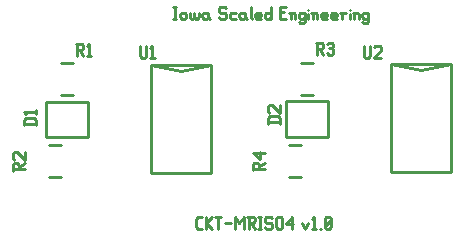
<source format=gbr>
G04 start of page 7 for group -4079 idx -4079 *
G04 Title: (unknown), topsilk *
G04 Creator: pcb 20110918 *
G04 CreationDate: Mon 25 Mar 2013 04:24:27 AM GMT UTC *
G04 For: ndholmes *
G04 Format: Gerber/RS-274X *
G04 PCB-Dimensions: 240000 80000 *
G04 PCB-Coordinate-Origin: lower left *
%MOIN*%
%FSLAX25Y25*%
%LNTOPSILK*%
%ADD51C,0.0100*%
G54D51*X136313Y2991D02*X137613D01*
X135613Y3691D02*X136313Y2991D01*
X135613Y6291D02*Y3691D01*
Y6291D02*X136313Y6991D01*
X137613D01*
X138813D02*Y2991D01*
Y4991D02*X140813Y6991D01*
X138813Y4991D02*X140813Y2991D01*
X142013Y6991D02*X144013D01*
X143013D02*Y2991D01*
X145213Y4991D02*X147213D01*
X148413Y6991D02*Y2991D01*
Y6991D02*X149913Y4991D01*
X151413Y6991D01*
Y2991D01*
X152613Y6991D02*X154613D01*
X155113Y6491D01*
Y5491D01*
X154613Y4991D02*X155113Y5491D01*
X153113Y4991D02*X154613D01*
X153113Y6991D02*Y2991D01*
X153913Y4991D02*X155113Y2991D01*
X156313Y6991D02*X157313D01*
X156813D02*Y2991D01*
X156313D02*X157313D01*
X160513Y6991D02*X161013Y6491D01*
X159013Y6991D02*X160513D01*
X158513Y6491D02*X159013Y6991D01*
X158513Y6491D02*Y5491D01*
X159013Y4991D01*
X160513D01*
X161013Y4491D01*
Y3491D01*
X160513Y2991D02*X161013Y3491D01*
X159013Y2991D02*X160513D01*
X158513Y3491D02*X159013Y2991D01*
X162213Y6491D02*Y3491D01*
Y6491D02*X162713Y6991D01*
X163713D01*
X164213Y6491D01*
Y3491D01*
X163713Y2991D02*X164213Y3491D01*
X162713Y2991D02*X163713D01*
X162213Y3491D02*X162713Y2991D01*
X165413Y4491D02*X167413Y6991D01*
X165413Y4491D02*X167913D01*
X167413Y6991D02*Y2991D01*
X170913Y4991D02*X171913Y2991D01*
X172913Y4991D02*X171913Y2991D01*
X174113Y6191D02*X174913Y6991D01*
Y2991D01*
X174113D02*X175613D01*
X176813D02*X177313D01*
X178513Y3491D02*X179013Y2991D01*
X178513Y6491D02*Y3491D01*
Y6491D02*X179013Y6991D01*
X180013D01*
X180513Y6491D01*
Y3491D01*
X180013Y2991D02*X180513Y3491D01*
X179013Y2991D02*X180013D01*
X178513Y3991D02*X180513Y5991D01*
X128013Y76991D02*X129013D01*
X128513D02*Y72991D01*
X128013D02*X129013D01*
X130213Y74491D02*Y73491D01*
Y74491D02*X130713Y74991D01*
X131713D01*
X132213Y74491D01*
Y73491D01*
X131713Y72991D02*X132213Y73491D01*
X130713Y72991D02*X131713D01*
X130213Y73491D02*X130713Y72991D01*
X133413Y74991D02*Y73491D01*
X133913Y72991D01*
X134413D01*
X134913Y73491D01*
Y74991D02*Y73491D01*
X135413Y72991D01*
X135913D01*
X136413Y73491D01*
Y74991D02*Y73491D01*
X139113Y74991D02*X139613Y74491D01*
X138113Y74991D02*X139113D01*
X137613Y74491D02*X138113Y74991D01*
X137613Y74491D02*Y73491D01*
X138113Y72991D01*
X139613Y74991D02*Y73491D01*
X140113Y72991D01*
X138113D02*X139113D01*
X139613Y73491D01*
X145113Y76991D02*X145613Y76491D01*
X143613Y76991D02*X145113D01*
X143113Y76491D02*X143613Y76991D01*
X143113Y76491D02*Y75491D01*
X143613Y74991D01*
X145113D01*
X145613Y74491D01*
Y73491D01*
X145113Y72991D02*X145613Y73491D01*
X143613Y72991D02*X145113D01*
X143113Y73491D02*X143613Y72991D01*
X147313Y74991D02*X148813D01*
X146813Y74491D02*X147313Y74991D01*
X146813Y74491D02*Y73491D01*
X147313Y72991D01*
X148813D01*
X151513Y74991D02*X152013Y74491D01*
X150513Y74991D02*X151513D01*
X150013Y74491D02*X150513Y74991D01*
X150013Y74491D02*Y73491D01*
X150513Y72991D01*
X152013Y74991D02*Y73491D01*
X152513Y72991D01*
X150513D02*X151513D01*
X152013Y73491D01*
X153713Y76991D02*Y73491D01*
X154213Y72991D01*
X155713D02*X157213D01*
X155213Y73491D02*X155713Y72991D01*
X155213Y74491D02*Y73491D01*
Y74491D02*X155713Y74991D01*
X156713D01*
X157213Y74491D01*
X155213Y73991D02*X157213D01*
Y74491D02*Y73991D01*
X160413Y76991D02*Y72991D01*
X159913D02*X160413Y73491D01*
X158913Y72991D02*X159913D01*
X158413Y73491D02*X158913Y72991D01*
X158413Y74491D02*Y73491D01*
Y74491D02*X158913Y74991D01*
X159913D01*
X160413Y74491D01*
X163413Y75191D02*X164913D01*
X163413Y72991D02*X165413D01*
X163413Y76991D02*Y72991D01*
Y76991D02*X165413D01*
X167113Y74491D02*Y72991D01*
Y74491D02*X167613Y74991D01*
X168113D01*
X168613Y74491D01*
Y72991D01*
X166613Y74991D02*X167113Y74491D01*
X171313Y74991D02*X171813Y74491D01*
X170313Y74991D02*X171313D01*
X169813Y74491D02*X170313Y74991D01*
X169813Y74491D02*Y73491D01*
X170313Y72991D01*
X171313D01*
X171813Y73491D01*
X169813Y71991D02*X170313Y71491D01*
X171313D01*
X171813Y71991D01*
Y74991D02*Y71991D01*
X173013Y75991D02*Y75891D01*
Y74491D02*Y72991D01*
X174513Y74491D02*Y72991D01*
Y74491D02*X175013Y74991D01*
X175513D01*
X176013Y74491D01*
Y72991D01*
X174013Y74991D02*X174513Y74491D01*
X177713Y72991D02*X179213D01*
X177213Y73491D02*X177713Y72991D01*
X177213Y74491D02*Y73491D01*
Y74491D02*X177713Y74991D01*
X178713D01*
X179213Y74491D01*
X177213Y73991D02*X179213D01*
Y74491D02*Y73991D01*
X180913Y72991D02*X182413D01*
X180413Y73491D02*X180913Y72991D01*
X180413Y74491D02*Y73491D01*
Y74491D02*X180913Y74991D01*
X181913D01*
X182413Y74491D01*
X180413Y73991D02*X182413D01*
Y74491D02*Y73991D01*
X184113Y74491D02*Y72991D01*
Y74491D02*X184613Y74991D01*
X185613D01*
X183613D02*X184113Y74491D01*
X186813Y75991D02*Y75891D01*
Y74491D02*Y72991D01*
X188313Y74491D02*Y72991D01*
Y74491D02*X188813Y74991D01*
X189313D01*
X189813Y74491D01*
Y72991D01*
X187813Y74991D02*X188313Y74491D01*
X192513Y74991D02*X193013Y74491D01*
X191513Y74991D02*X192513D01*
X191013Y74491D02*X191513Y74991D01*
X191013Y74491D02*Y73491D01*
X191513Y72991D01*
X192513D01*
X193013Y73491D01*
X191013Y71991D02*X191513Y71491D01*
X192513D01*
X193013Y71991D01*
Y74991D02*Y71991D01*
X165600Y45500D02*X179500D01*
X165600D02*Y33700D01*
X179500D01*
Y45500D02*Y33700D01*
X220500Y22000D02*X200500D01*
X220500D02*Y58000D01*
X200500D02*Y22000D01*
Y58000D02*X220500D01*
X210500Y56000D01*
X200500Y58000D02*X210500Y56000D01*
X166532Y30814D02*X170468D01*
X166532Y20186D02*X170468D01*
X170532Y58314D02*X174468D01*
X170532Y47686D02*X174468D01*
X120513Y21491D02*X140513D01*
Y57491D02*Y21491D01*
X120513Y57491D02*Y21491D01*
Y57491D02*X140513D01*
X130513Y55491D01*
X120513Y57491D02*X130513Y55491D01*
X86545Y30805D02*X90481D01*
X86545Y20177D02*X90481D01*
X90640Y58305D02*X94576D01*
X90640Y47677D02*X94576D01*
X85613Y45396D02*X99513D01*
X85613D02*Y33596D01*
X99513D01*
Y45396D02*Y33596D01*
X159500Y38500D02*X163500D01*
X159500Y39800D02*X160200Y40500D01*
X162800D01*
X163500Y39800D02*X162800Y40500D01*
X163500Y39800D02*Y38000D01*
X159500Y39800D02*Y38000D01*
X160000Y41700D02*X159500Y42200D01*
Y43700D02*Y42200D01*
Y43700D02*X160000Y44200D01*
X161000D01*
X163500Y41700D02*X161000Y44200D01*
X163500D02*Y41700D01*
X175500Y65000D02*X177500D01*
X178000Y64500D01*
Y63500D01*
X177500Y63000D02*X178000Y63500D01*
X176000Y63000D02*X177500D01*
X176000Y65000D02*Y61000D01*
X176800Y63000D02*X178000Y61000D01*
X179200Y64500D02*X179700Y65000D01*
X180700D01*
X181200Y64500D01*
X180700Y61000D02*X181200Y61500D01*
X179700Y61000D02*X180700D01*
X179200Y61500D02*X179700Y61000D01*
Y63200D02*X180700D01*
X181200Y64500D02*Y63700D01*
Y62700D02*Y61500D01*
Y62700D02*X180700Y63200D01*
X181200Y63700D02*X180700Y63200D01*
X191500Y64000D02*Y60500D01*
X192000Y60000D01*
X193000D01*
X193500Y60500D01*
Y64000D02*Y60500D01*
X194700Y63500D02*X195200Y64000D01*
X196700D01*
X197200Y63500D01*
Y62500D01*
X194700Y60000D02*X197200Y62500D01*
X194700Y60000D02*X197200D01*
X154500Y24500D02*Y22500D01*
Y24500D02*X155000Y25000D01*
X156000D01*
X156500Y24500D02*X156000Y25000D01*
X156500Y24500D02*Y23000D01*
X154500D02*X158500D01*
X156500Y23800D02*X158500Y25000D01*
X157000Y26200D02*X154500Y28200D01*
X157000Y28700D02*Y26200D01*
X154500Y28200D02*X158500D01*
X117013Y63991D02*Y60491D01*
X117513Y59991D01*
X118513D01*
X119013Y60491D01*
Y63991D02*Y60491D01*
X120213Y63191D02*X121013Y63991D01*
Y59991D01*
X120213D02*X121713D01*
X95458Y64641D02*X97458D01*
X97958Y64141D01*
Y63141D01*
X97458Y62641D02*X97958Y63141D01*
X95958Y62641D02*X97458D01*
X95958Y64641D02*Y60641D01*
X96758Y62641D02*X97958Y60641D01*
X99158Y63841D02*X99958Y64641D01*
Y60641D01*
X99158D02*X100658D01*
X78118Y37991D02*X82118D01*
X78118Y39291D02*X78818Y39991D01*
X81418D01*
X82118Y39291D02*X81418Y39991D01*
X82118Y39291D02*Y37491D01*
X78118Y39291D02*Y37491D01*
X78918Y41191D02*X78118Y41991D01*
X82118D01*
Y42691D02*Y41191D01*
X74363Y24341D02*Y22341D01*
Y24341D02*X74863Y24841D01*
X75863D01*
X76363Y24341D02*X75863Y24841D01*
X76363Y24341D02*Y22841D01*
X74363D02*X78363D01*
X76363Y23641D02*X78363Y24841D01*
X74863Y26041D02*X74363Y26541D01*
Y28041D02*Y26541D01*
Y28041D02*X74863Y28541D01*
X75863D01*
X78363Y26041D02*X75863Y28541D01*
X78363D02*Y26041D01*
M02*

</source>
